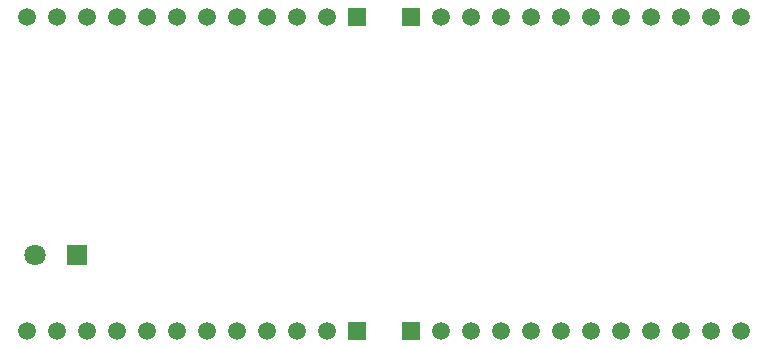
<source format=gbr>
G04*
G04 #@! TF.GenerationSoftware,Altium Limited,Altium Designer,23.8.1 (32)*
G04*
G04 Layer_Color=255*
%FSLAX25Y25*%
%MOIN*%
G70*
G04*
G04 #@! TF.SameCoordinates,08085802-0E6A-4E4E-A806-44F487ACA516*
G04*
G04*
G04 #@! TF.FilePolarity,Positive*
G04*
G01*
G75*
%ADD67R,0.07087X0.07087*%
%ADD68C,0.07087*%
%ADD69R,0.05906X0.05906*%
%ADD70C,0.05906*%
D67*
X203500Y221200D02*
D03*
D68*
X189720D02*
D03*
D69*
X297000Y196000D02*
D03*
X315000D02*
D03*
Y300500D02*
D03*
X297000D02*
D03*
D70*
X287000Y196000D02*
D03*
X277000D02*
D03*
X267000D02*
D03*
X257000D02*
D03*
X247000D02*
D03*
X237000D02*
D03*
X227000D02*
D03*
X217000D02*
D03*
X207000D02*
D03*
X197000D02*
D03*
X187000D02*
D03*
X325000D02*
D03*
X335000D02*
D03*
X345000D02*
D03*
X355000D02*
D03*
X365000D02*
D03*
X375000D02*
D03*
X385000D02*
D03*
X395000D02*
D03*
X405000D02*
D03*
X415000D02*
D03*
X425000D02*
D03*
X325000Y300500D02*
D03*
X335000D02*
D03*
X345000D02*
D03*
X355000D02*
D03*
X365000D02*
D03*
X375000D02*
D03*
X385000D02*
D03*
X395000D02*
D03*
X405000D02*
D03*
X415000D02*
D03*
X425000D02*
D03*
X187000D02*
D03*
X197000D02*
D03*
X207000D02*
D03*
X217000D02*
D03*
X227000D02*
D03*
X237000D02*
D03*
X247000D02*
D03*
X257000D02*
D03*
X267000D02*
D03*
X277000D02*
D03*
X287000D02*
D03*
M02*

</source>
